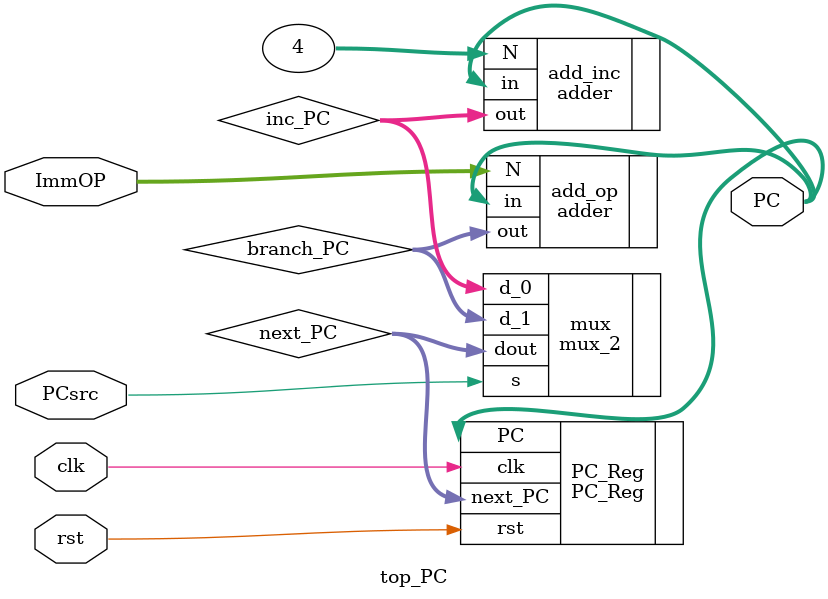
<source format=sv>
module  top_PC #(
    ADDRESS_WIDTH = 32
) (
    input wire clk,
    input wire rst,
    input wire[ADDRESS_WIDTH-1:0] ImmOP,
    input wire PCsrc,
    output wire [ADDRESS_WIDTH-1:0] PC
);

wire [ADDRESS_WIDTH-1:0] inc_PC;
wire [ADDRESS_WIDTH-1:0] next_PC;
wire [ADDRESS_WIDTH-1:0] branch_PC;

adder add_op(
    .in(PC),
    .N(ImmOP),
    .out(branch_PC)
);

adder add_inc(
    .in(PC),
    .N(32'd4),
    .out(inc_PC)
);

mux_2 mux(
    .d_0(inc_PC),
    .d_1(branch_PC),
    .s(PCsrc),
    .dout(next_PC)
);

PC_Reg PC_Reg(
    .clk(clk),
    .rst(rst),
    .next_PC(next_PC),
    .PC(PC)
);

endmodule

</source>
